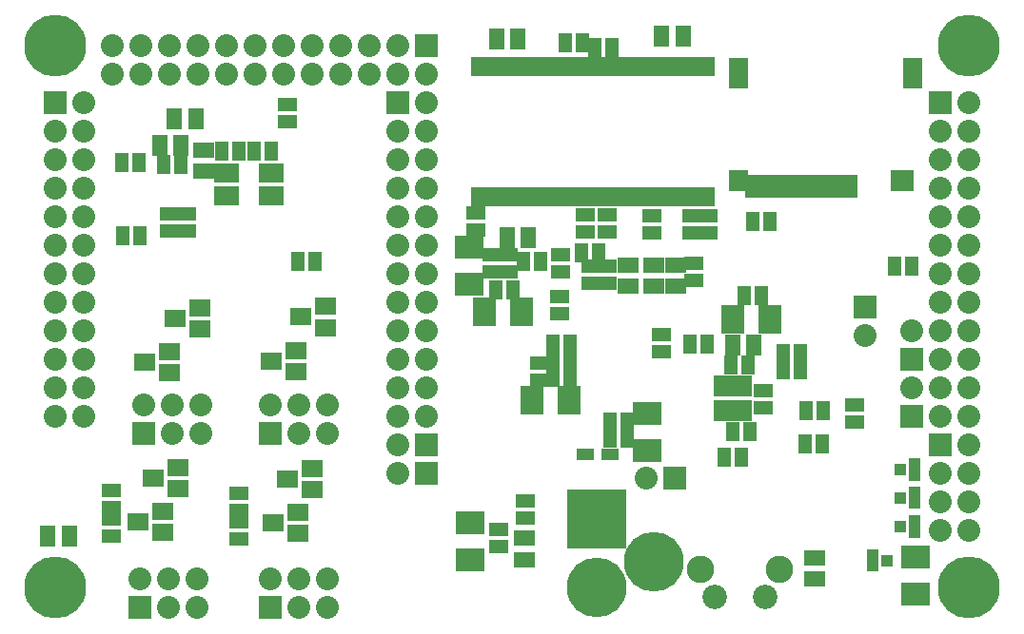
<source format=gbs>
G04 (created by PCBNEW-RS274X (2011-05-31)-stable) date Thu 06 Oct 2011 09:01:40 AM COT*
G01*
G70*
G90*
%MOIN*%
G04 Gerber Fmt 3.4, Leading zero omitted, Abs format*
%FSLAX34Y34*%
G04 APERTURE LIST*
%ADD10C,0.006000*%
%ADD11C,0.216900*%
%ADD12R,0.059300X0.043600*%
%ADD13R,0.046000X0.082000*%
%ADD14R,0.082000X0.074000*%
%ADD15R,0.066000X0.106000*%
%ADD16R,0.066000X0.074000*%
%ADD17R,0.075000X0.055000*%
%ADD18R,0.045000X0.065000*%
%ADD19R,0.065000X0.045000*%
%ADD20R,0.080000X0.080000*%
%ADD21C,0.080000*%
%ADD22C,0.086000*%
%ADD23C,0.096000*%
%ADD24R,0.080000X0.100000*%
%ADD25R,0.100000X0.080000*%
%ADD26R,0.055000X0.075000*%
%ADD27R,0.043600X0.039600*%
%ADD28C,0.209000*%
%ADD29R,0.209000X0.209000*%
%ADD30R,0.032600X0.066000*%
%ADD31R,0.067200X0.075100*%
%ADD32R,0.090900X0.067200*%
%ADD33R,0.075100X0.059300*%
G04 APERTURE END LIST*
G54D10*
G54D11*
X66500Y-53500D03*
X34500Y-34500D03*
X34500Y-53500D03*
X66500Y-34499D03*
G54D12*
X53059Y-48839D03*
X53925Y-48839D03*
G54D13*
X62356Y-39449D03*
X61926Y-39449D03*
X61496Y-39449D03*
X61056Y-39449D03*
X60626Y-39449D03*
X60196Y-39449D03*
X59756Y-39449D03*
X59326Y-39449D03*
X58896Y-39449D03*
G54D14*
X64166Y-39249D03*
G54D15*
X64526Y-35469D03*
X58426Y-35469D03*
G54D16*
X58416Y-39249D03*
G54D17*
X54563Y-42192D03*
X54563Y-42942D03*
G54D18*
X64493Y-42244D03*
X63893Y-42244D03*
G54D19*
X62496Y-47706D03*
X62496Y-47106D03*
G54D20*
X65500Y-36500D03*
G54D21*
X66500Y-36500D03*
X65500Y-37500D03*
X66500Y-37500D03*
X65500Y-38500D03*
X66500Y-38500D03*
X65500Y-39500D03*
X66500Y-39500D03*
X65500Y-40500D03*
X66500Y-40500D03*
X65500Y-41500D03*
X66500Y-41500D03*
X65500Y-42500D03*
X66500Y-42500D03*
X65500Y-43500D03*
X66500Y-43500D03*
X65500Y-44500D03*
X66500Y-44500D03*
X65500Y-45500D03*
X66500Y-45500D03*
X65500Y-46500D03*
X66500Y-46500D03*
X65500Y-47500D03*
X66500Y-47500D03*
G54D22*
X57607Y-53847D03*
X59377Y-53847D03*
G54D23*
X57107Y-52867D03*
X59867Y-52867D03*
G54D24*
X51200Y-46921D03*
X52500Y-46921D03*
G54D25*
X55236Y-47385D03*
X55236Y-48685D03*
G54D24*
X50839Y-43835D03*
X49539Y-43835D03*
G54D25*
X49008Y-42867D03*
X49008Y-41567D03*
G54D18*
X53401Y-34567D03*
X54001Y-34567D03*
X52957Y-34390D03*
X52357Y-34390D03*
G54D19*
X49228Y-40369D03*
X49228Y-40969D03*
X56791Y-40452D03*
X56791Y-41052D03*
X57366Y-40452D03*
X57366Y-41052D03*
X53055Y-40448D03*
X53055Y-41048D03*
X53835Y-40448D03*
X53835Y-41048D03*
X55378Y-40452D03*
X55378Y-41052D03*
X55740Y-44625D03*
X55740Y-45225D03*
G54D18*
X50536Y-43067D03*
X49936Y-43067D03*
G54D19*
X50024Y-51480D03*
X50024Y-52080D03*
X50945Y-50480D03*
X50945Y-51080D03*
X51453Y-45642D03*
X51453Y-46242D03*
G54D18*
X51936Y-44961D03*
X52536Y-44961D03*
X51944Y-45556D03*
X52544Y-45556D03*
X51944Y-46143D03*
X52544Y-46143D03*
X53928Y-48272D03*
X54528Y-48272D03*
X53928Y-47697D03*
X54528Y-47697D03*
X58936Y-40657D03*
X59536Y-40657D03*
G54D19*
X52185Y-42446D03*
X52185Y-41846D03*
X53831Y-42831D03*
X53831Y-42231D03*
X53264Y-42831D03*
X53264Y-42231D03*
X50373Y-42419D03*
X50373Y-41819D03*
G54D18*
X51489Y-42055D03*
X50889Y-42055D03*
G54D19*
X49799Y-42419D03*
X49799Y-41819D03*
X52146Y-43302D03*
X52146Y-43902D03*
G54D18*
X52913Y-41756D03*
X53513Y-41756D03*
G54D19*
X56854Y-42745D03*
X56854Y-42145D03*
G54D20*
X65500Y-48500D03*
G54D21*
X66500Y-48500D03*
X65500Y-49500D03*
X66500Y-49500D03*
X65500Y-50500D03*
X66500Y-50500D03*
X65500Y-51500D03*
X66500Y-51500D03*
G54D20*
X64500Y-47500D03*
G54D21*
X64500Y-46500D03*
G54D20*
X64500Y-45500D03*
G54D21*
X64500Y-44500D03*
G54D20*
X47500Y-48500D03*
G54D21*
X46500Y-48500D03*
G54D20*
X47500Y-49500D03*
G54D21*
X46500Y-49500D03*
G54D20*
X62851Y-43673D03*
G54D21*
X62851Y-44673D03*
G54D24*
X58212Y-44091D03*
X59512Y-44091D03*
G54D19*
X59311Y-46586D03*
X59311Y-47186D03*
G54D18*
X58765Y-45717D03*
X58165Y-45717D03*
X57940Y-48929D03*
X58540Y-48929D03*
X60779Y-47287D03*
X61379Y-47287D03*
X59999Y-45307D03*
X60599Y-45307D03*
X60747Y-48469D03*
X61347Y-48469D03*
X59999Y-45878D03*
X60599Y-45878D03*
X57320Y-44969D03*
X56720Y-44969D03*
X58228Y-48031D03*
X58828Y-48031D03*
X58621Y-43264D03*
X59221Y-43264D03*
G54D20*
X46500Y-36500D03*
G54D21*
X47500Y-36500D03*
X46500Y-37500D03*
X47500Y-37500D03*
X46500Y-38500D03*
X47500Y-38500D03*
X46500Y-39500D03*
X47500Y-39500D03*
X46500Y-40500D03*
X47500Y-40500D03*
X46500Y-41500D03*
X47500Y-41500D03*
X46500Y-42500D03*
X47500Y-42500D03*
X46500Y-43500D03*
X47500Y-43500D03*
X46500Y-44500D03*
X47500Y-44500D03*
X46500Y-45500D03*
X47500Y-45500D03*
X46500Y-46500D03*
X47500Y-46500D03*
X46500Y-47500D03*
X47500Y-47500D03*
G54D17*
X61080Y-52463D03*
X61080Y-53213D03*
X56224Y-42946D03*
X56224Y-42196D03*
G54D26*
X58219Y-44988D03*
X58969Y-44988D03*
G54D17*
X55472Y-42946D03*
X55472Y-42196D03*
G54D25*
X64631Y-53733D03*
X64631Y-52433D03*
G54D27*
X64590Y-49166D03*
X64590Y-49558D03*
X64080Y-49362D03*
X63112Y-52748D03*
X63112Y-52356D03*
X63622Y-52552D03*
X64594Y-51178D03*
X64594Y-51570D03*
X64084Y-51374D03*
X64594Y-50158D03*
X64594Y-50550D03*
X64084Y-50354D03*
G54D28*
X53449Y-53492D03*
G54D29*
X53449Y-51092D03*
G54D28*
X55449Y-52592D03*
G54D30*
X57416Y-39800D03*
X57416Y-35220D03*
X57160Y-39800D03*
X57160Y-35220D03*
X56904Y-39800D03*
X56904Y-35220D03*
X56648Y-39800D03*
X56648Y-35220D03*
X56392Y-39800D03*
X56392Y-35220D03*
X56136Y-39800D03*
X56136Y-35220D03*
X55880Y-39800D03*
X55880Y-35220D03*
X55624Y-39800D03*
X55624Y-35220D03*
X55368Y-39800D03*
X55368Y-35220D03*
X55112Y-39800D03*
X55112Y-35220D03*
X54856Y-39800D03*
X54856Y-35220D03*
X54600Y-39800D03*
X54600Y-35220D03*
X54344Y-39800D03*
X54344Y-35220D03*
X54088Y-39800D03*
X54088Y-35220D03*
X53832Y-39800D03*
X53832Y-35220D03*
X53576Y-39800D03*
X53576Y-35220D03*
X53320Y-39800D03*
X53320Y-35220D03*
X53064Y-39800D03*
X53064Y-35220D03*
X52808Y-39800D03*
X52808Y-35220D03*
X52552Y-39800D03*
X52552Y-35220D03*
X52296Y-39800D03*
X52296Y-35220D03*
X52040Y-39800D03*
X52040Y-35220D03*
X51784Y-39800D03*
X51784Y-35220D03*
X51528Y-39800D03*
X51528Y-35220D03*
X51272Y-39800D03*
X51272Y-35220D03*
X51016Y-39800D03*
X51016Y-35220D03*
X50760Y-39800D03*
X50760Y-35220D03*
X50504Y-39800D03*
X50504Y-35220D03*
X50248Y-39800D03*
X50248Y-35220D03*
X49992Y-39800D03*
X49992Y-35220D03*
X49736Y-39800D03*
X49736Y-35220D03*
X49480Y-39800D03*
X49480Y-35220D03*
X49224Y-39800D03*
X49224Y-35220D03*
G54D31*
X57898Y-47299D03*
X57898Y-46433D03*
X58567Y-46433D03*
X58567Y-47299D03*
G54D17*
X50938Y-51779D03*
X50938Y-52529D03*
G54D26*
X51064Y-41240D03*
X50314Y-41240D03*
G54D20*
X56193Y-49654D03*
G54D21*
X55193Y-49654D03*
G54D26*
X50710Y-34260D03*
X49960Y-34260D03*
X34230Y-51713D03*
X34980Y-51713D03*
X55743Y-34181D03*
X56493Y-34181D03*
X38673Y-37070D03*
X39423Y-37070D03*
G54D17*
X39705Y-38914D03*
X39705Y-38164D03*
G54D26*
X38895Y-38011D03*
X38145Y-38011D03*
G54D18*
X40919Y-38216D03*
X40319Y-38216D03*
X41457Y-38216D03*
X42057Y-38216D03*
X38891Y-38665D03*
X38291Y-38665D03*
X42996Y-42066D03*
X43596Y-42066D03*
X37423Y-38610D03*
X36823Y-38610D03*
X37458Y-41173D03*
X36858Y-41173D03*
G54D19*
X39095Y-41012D03*
X39095Y-40412D03*
X38493Y-40412D03*
X38493Y-41012D03*
G54D25*
X49032Y-51232D03*
X49032Y-52532D03*
G54D20*
X34500Y-36500D03*
G54D21*
X35500Y-36500D03*
X34500Y-37500D03*
X35500Y-37500D03*
X34500Y-38500D03*
X35500Y-38500D03*
X34500Y-39500D03*
X35500Y-39500D03*
X34500Y-40500D03*
X35500Y-40500D03*
X34500Y-41500D03*
X35500Y-41500D03*
X34500Y-42500D03*
X35500Y-42500D03*
X34500Y-43500D03*
X35500Y-43500D03*
X34500Y-44500D03*
X35500Y-44500D03*
X34500Y-45500D03*
X35500Y-45500D03*
X34500Y-46500D03*
X35500Y-46500D03*
X34500Y-47500D03*
X35500Y-47500D03*
G54D20*
X47500Y-34500D03*
G54D21*
X47500Y-35500D03*
X46500Y-34500D03*
X46500Y-35500D03*
X45500Y-34500D03*
X45500Y-35500D03*
X44500Y-34500D03*
X44500Y-35500D03*
X43500Y-34500D03*
X43500Y-35500D03*
X42500Y-34500D03*
X42500Y-35500D03*
X41500Y-34500D03*
X41500Y-35500D03*
X40500Y-34500D03*
X40500Y-35500D03*
X39500Y-34500D03*
X39500Y-35500D03*
X38500Y-34500D03*
X38500Y-35500D03*
X37500Y-34500D03*
X37500Y-35500D03*
X36500Y-34500D03*
X36500Y-35500D03*
G54D32*
X42064Y-39755D03*
X40489Y-39755D03*
X40489Y-38968D03*
X42064Y-38968D03*
G54D19*
X42615Y-37170D03*
X42615Y-36570D03*
X36458Y-50709D03*
X36458Y-50109D03*
X36462Y-51090D03*
X36462Y-51690D03*
G54D33*
X38257Y-50830D03*
X38257Y-51578D03*
X37391Y-51204D03*
X38804Y-49299D03*
X38804Y-50047D03*
X37938Y-49673D03*
G54D19*
X40938Y-51192D03*
X40938Y-51792D03*
X40938Y-50804D03*
X40938Y-50204D03*
G54D33*
X43509Y-49319D03*
X43509Y-50067D03*
X42643Y-49693D03*
X43001Y-50866D03*
X43001Y-51614D03*
X42135Y-51240D03*
X38481Y-45219D03*
X38481Y-45967D03*
X37615Y-45593D03*
X39576Y-43702D03*
X39576Y-44450D03*
X38710Y-44076D03*
G54D20*
X37600Y-48109D03*
G54D21*
X37600Y-47109D03*
X38600Y-48109D03*
X38600Y-47109D03*
X39600Y-48109D03*
X39600Y-47109D03*
G54D20*
X42017Y-54204D03*
G54D21*
X42017Y-53204D03*
X43017Y-54204D03*
X43017Y-53204D03*
X44017Y-54204D03*
X44017Y-53204D03*
G54D20*
X37458Y-54201D03*
G54D21*
X37458Y-53201D03*
X38458Y-54201D03*
X38458Y-53201D03*
X39458Y-54201D03*
X39458Y-53201D03*
G54D20*
X42018Y-48109D03*
G54D21*
X42018Y-47109D03*
X43018Y-48109D03*
X43018Y-47109D03*
X44018Y-48109D03*
X44018Y-47109D03*
G54D33*
X43959Y-43637D03*
X43959Y-44385D03*
X43093Y-44011D03*
X42912Y-45188D03*
X42912Y-45936D03*
X42046Y-45562D03*
M02*

</source>
